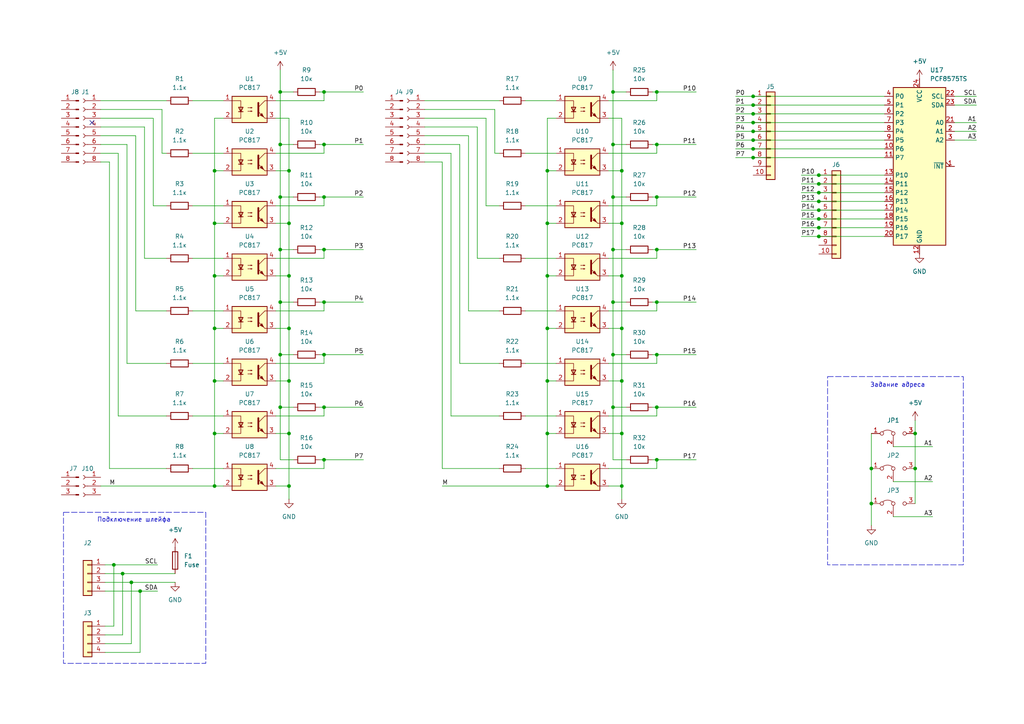
<source format=kicad_sch>
(kicad_sch (version 20231120) (generator "eeschema") (generator_version "8.0")
  (paper "A4")
  (title_block (title "Модуль DI16") (date "2024-04-24") (company "UST") (comment 2 "Konstantin"))
  (junction (at 83.82 64.77))
  (junction (at 252.73 146.05))
  (junction (at 93.98 102.87))
  (junction (at 83.82 49.53))
  (junction (at 81.28 41.91))
  (junction (at 218.44 45.72))
  (junction (at 218.44 38.1))
  (junction (at 81.28 72.39))
  (junction (at 190.5 57.15))
  (junction (at 190.5 41.91))
  (junction (at 83.82 95.25))
  (junction (at 190.5 87.63))
  (junction (at 62.23 125.73))
  (junction (at 237.49 53.34))
  (junction (at 93.98 57.15))
  (junction (at 81.28 102.87))
  (junction (at 265.43 125.73))
  (junction (at 218.44 40.64))
  (junction (at 218.44 30.48))
  (junction (at 218.44 43.18))
  (junction (at 40.64 171.45))
  (junction (at 190.5 26.67))
  (junction (at 180.34 80.01))
  (junction (at 237.49 58.42))
  (junction (at 177.8 41.91))
  (junction (at 62.23 95.25))
  (junction (at 93.98 72.39))
  (junction (at 177.8 118.11))
  (junction (at 93.98 87.63))
  (junction (at 237.49 50.8))
  (junction (at 180.34 64.77))
  (junction (at 190.5 118.11))
  (junction (at 180.34 49.53))
  (junction (at 83.82 125.73))
  (junction (at 93.98 133.35))
  (junction (at 81.28 57.15))
  (junction (at 33.02 163.83))
  (junction (at 180.34 125.73))
  (junction (at 190.5 133.35))
  (junction (at 177.8 57.15))
  (junction (at 180.34 110.49))
  (junction (at 158.75 49.53))
  (junction (at 93.98 26.67))
  (junction (at 83.82 110.49))
  (junction (at 93.98 41.91))
  (junction (at 265.43 135.89))
  (junction (at 62.23 140.97))
  (junction (at 237.49 55.88))
  (junction (at 83.82 80.01))
  (junction (at 177.8 26.67))
  (junction (at 177.8 102.87))
  (junction (at 237.49 60.96))
  (junction (at 180.34 140.97))
  (junction (at 62.23 110.49))
  (junction (at 177.8 72.39))
  (junction (at 81.28 118.11))
  (junction (at 158.75 125.73))
  (junction (at 62.23 49.53))
  (junction (at 81.28 26.67))
  (junction (at 180.34 95.25))
  (junction (at 237.49 63.5))
  (junction (at 158.75 95.25))
  (junction (at 93.98 118.11))
  (junction (at 81.28 87.63))
  (junction (at 83.82 140.97))
  (junction (at 218.44 35.56))
  (junction (at 38.1 168.91))
  (junction (at 190.5 102.87))
  (junction (at 158.75 140.97))
  (junction (at 237.49 66.04))
  (junction (at 177.8 87.63))
  (junction (at 252.73 135.89))
  (junction (at 158.75 64.77))
  (junction (at 218.44 33.02))
  (junction (at 158.75 80.01))
  (junction (at 237.49 68.58))
  (junction (at 190.5 72.39))
  (junction (at 35.56 166.37))
  (junction (at 158.75 110.49))
  (junction (at 218.44 27.94))
  (junction (at 62.23 64.77))
  (junction (at 62.23 80.01))
  (no_connect (at 26.67 35.56))
  (wire (pts (xy 276.86 35.56) (xy 283.21 35.56)))
  (wire (pts (xy 189.23 57.15) (xy 190.5 57.15)))
  (wire (pts (xy 123.19 46.99) (xy 128.27 46.99)))
  (wire (pts (xy 181.61 133.35) (xy 177.8 133.35)))
  (wire (pts (xy 85.09 87.63) (xy 81.28 87.63)))
  (wire (pts (xy 176.53 64.77) (xy 180.34 64.77)))
  (wire (pts (xy 55.88 59.69) (xy 64.77 59.69)))
  (wire (pts (xy 29.21 46.99) (xy 31.75 46.99)))
  (wire (pts (xy 232.41 58.42) (xy 237.49 58.42)))
  (wire (pts (xy 38.1 168.91) (xy 50.8 168.91)))
  (wire (pts (xy 81.28 118.11) (xy 81.28 133.35)))
  (wire (pts (xy 158.75 80.01) (xy 161.29 80.01)))
  (wire (pts (xy 190.5 72.39) (xy 201.93 72.39)))
  (wire (pts (xy 55.88 29.21) (xy 64.77 29.21)))
  (wire (pts (xy 177.8 102.87) (xy 177.8 118.11)))
  (wire (pts (xy 259.08 149.86) (xy 270.51 149.86)))
  (wire (pts (xy 158.75 49.53) (xy 158.75 34.29)))
  (wire (pts (xy 46.99 44.45) (xy 48.26 44.45)))
  (wire (pts (xy 93.98 41.91) (xy 93.98 44.45)))
  (wire (pts (xy 189.23 41.91) (xy 190.5 41.91)))
  (wire (pts (xy 93.98 57.15) (xy 105.41 57.15)))
  (wire (pts (xy 237.49 58.42) (xy 256.54 58.42)))
  (wire (pts (xy 92.71 41.91) (xy 93.98 41.91)))
  (wire (pts (xy 83.82 110.49) (xy 83.82 125.73)))
  (wire (pts (xy 218.44 35.56) (xy 256.54 35.56)))
  (wire (pts (xy 190.5 133.35) (xy 190.5 135.89)))
  (wire (pts (xy 62.23 110.49) (xy 64.77 110.49)))
  (wire (pts (xy 177.8 26.67) (xy 177.8 20.32)))
  (wire (pts (xy 81.28 26.67) (xy 81.28 20.32)))
  (wire (pts (xy 190.5 102.87) (xy 190.5 105.41)))
  (wire (pts (xy 213.36 33.02) (xy 218.44 33.02)))
  (wire (pts (xy 181.61 41.91) (xy 177.8 41.91)))
  (wire (pts (xy 190.5 29.21) (xy 190.5 26.67)))
  (wire (pts (xy 93.98 26.67) (xy 105.41 26.67)))
  (wire (pts (xy 34.29 120.65) (xy 34.29 44.45)))
  (wire (pts (xy 80.01 120.65) (xy 93.98 120.65)))
  (wire (pts (xy 62.23 125.73) (xy 62.23 110.49)))
  (wire (pts (xy 218.44 33.02) (xy 256.54 33.02)))
  (wire (pts (xy 80.01 59.69) (xy 93.98 59.69)))
  (wire (pts (xy 190.5 87.63) (xy 190.5 90.17)))
  (wire (pts (xy 83.82 64.77) (xy 83.82 80.01)))
  (wire (pts (xy 62.23 49.53) (xy 64.77 49.53)))
  (wire (pts (xy 93.98 118.11) (xy 105.41 118.11)))
  (wire (pts (xy 62.23 110.49) (xy 62.23 95.25)))
  (wire (pts (xy 152.4 29.21) (xy 161.29 29.21)))
  (wire (pts (xy 237.49 68.58) (xy 256.54 68.58)))
  (wire (pts (xy 152.4 90.17) (xy 161.29 90.17)))
  (wire (pts (xy 80.01 110.49) (xy 83.82 110.49)))
  (wire (pts (xy 181.61 118.11) (xy 177.8 118.11)))
  (wire (pts (xy 80.01 140.97) (xy 83.82 140.97)))
  (wire (pts (xy 265.43 121.92) (xy 265.43 125.73)))
  (wire (pts (xy 180.34 110.49) (xy 180.34 125.73)))
  (wire (pts (xy 30.48 184.15) (xy 35.56 184.15)))
  (wire (pts (xy 177.8 41.91) (xy 177.8 26.67)))
  (wire (pts (xy 33.02 181.61) (xy 33.02 163.83)))
  (wire (pts (xy 93.98 102.87) (xy 105.41 102.87)))
  (wire (pts (xy 232.41 50.8) (xy 237.49 50.8)))
  (wire (pts (xy 40.64 189.23) (xy 40.64 171.45)))
  (wire (pts (xy 93.98 133.35) (xy 93.98 135.89)))
  (wire (pts (xy 213.36 27.94) (xy 218.44 27.94)))
  (wire (pts (xy 180.34 49.53) (xy 180.34 64.77)))
  (wire (pts (xy 232.41 60.96) (xy 237.49 60.96)))
  (wire (pts (xy 218.44 38.1) (xy 256.54 38.1)))
  (wire (pts (xy 190.5 118.11) (xy 201.93 118.11)))
  (wire (pts (xy 152.4 74.93) (xy 161.29 74.93)))
  (wire (pts (xy 55.88 120.65) (xy 64.77 120.65)))
  (wire (pts (xy 83.82 49.53) (xy 83.82 64.77)))
  (wire (pts (xy 38.1 186.69) (xy 38.1 168.91)))
  (wire (pts (xy 40.64 171.45) (xy 45.72 171.45)))
  (wire (pts (xy 189.23 118.11) (xy 190.5 118.11)))
  (wire (pts (xy 36.83 105.41) (xy 48.26 105.41)))
  (wire (pts (xy 190.5 72.39) (xy 190.5 74.93)))
  (wire (pts (xy 190.5 26.67) (xy 189.23 26.67)))
  (wire (pts (xy 80.01 64.77) (xy 83.82 64.77)))
  (wire (pts (xy 276.86 40.64) (xy 283.21 40.64)))
  (wire (pts (xy 123.19 41.91) (xy 133.35 41.91)))
  (wire (pts (xy 232.41 63.5) (xy 237.49 63.5)))
  (wire (pts (xy 213.36 45.72) (xy 218.44 45.72)))
  (wire (pts (xy 152.4 135.89) (xy 161.29 135.89)))
  (wire (pts (xy 48.26 120.65) (xy 34.29 120.65)))
  (wire (pts (xy 55.88 105.41) (xy 64.77 105.41)))
  (wire (pts (xy 190.5 26.67) (xy 201.93 26.67)))
  (wire (pts (xy 232.41 55.88) (xy 237.49 55.88)))
  (wire (pts (xy 93.98 133.35) (xy 105.41 133.35)))
  (wire (pts (xy 176.53 44.45) (xy 190.5 44.45)))
  (wire (pts (xy 158.75 125.73) (xy 158.75 110.49)))
  (wire (pts (xy 152.4 120.65) (xy 161.29 120.65)))
  (wire (pts (xy 123.19 44.45) (xy 130.81 44.45)))
  (wire (pts (xy 276.86 38.1) (xy 283.21 38.1)))
  (wire (pts (xy 80.01 49.53) (xy 83.82 49.53)))
  (wire (pts (xy 92.71 118.11) (xy 93.98 118.11)))
  (wire (pts (xy 62.23 80.01) (xy 62.23 64.77)))
  (wire (pts (xy 252.73 146.05) (xy 252.73 152.4)))
  (wire (pts (xy 158.75 95.25) (xy 158.75 80.01)))
  (wire (pts (xy 252.73 125.73) (xy 252.73 135.89)))
  (wire (pts (xy 55.88 74.93) (xy 64.77 74.93)))
  (wire (pts (xy 30.48 166.37) (xy 35.56 166.37)))
  (wire (pts (xy 81.28 102.87) (xy 81.28 118.11)))
  (wire (pts (xy 29.21 34.29) (xy 44.45 34.29)))
  (wire (pts (xy 62.23 95.25) (xy 64.77 95.25)))
  (wire (pts (xy 80.01 95.25) (xy 83.82 95.25)))
  (wire (pts (xy 29.21 39.37) (xy 39.37 39.37)))
  (wire (pts (xy 30.48 181.61) (xy 33.02 181.61)))
  (wire (pts (xy 138.43 36.83) (xy 138.43 74.93)))
  (wire (pts (xy 85.09 57.15) (xy 81.28 57.15)))
  (wire (pts (xy 80.01 80.01) (xy 83.82 80.01)))
  (wire (pts (xy 276.86 27.94) (xy 283.21 27.94)))
  (wire (pts (xy 189.23 102.87) (xy 190.5 102.87)))
  (wire (pts (xy 123.19 29.21) (xy 144.78 29.21)))
  (wire (pts (xy 35.56 184.15) (xy 35.56 166.37)))
  (wire (pts (xy 30.48 171.45) (xy 40.64 171.45)))
  (wire (pts (xy 81.28 72.39) (xy 81.28 57.15)))
  (wire (pts (xy 213.36 35.56) (xy 218.44 35.56)))
  (wire (pts (xy 81.28 41.91) (xy 81.28 57.15)))
  (wire (pts (xy 259.08 129.54) (xy 270.51 129.54)))
  (wire (pts (xy 41.91 74.93) (xy 48.26 74.93)))
  (wire (pts (xy 181.61 87.63) (xy 177.8 87.63)))
  (wire (pts (xy 190.5 57.15) (xy 201.93 57.15)))
  (wire (pts (xy 62.23 95.25) (xy 62.23 80.01)))
  (wire (pts (xy 144.78 90.17) (xy 135.89 90.17)))
  (wire (pts (xy 62.23 80.01) (xy 64.77 80.01)))
  (wire (pts (xy 218.44 40.64) (xy 256.54 40.64)))
  (wire (pts (xy 92.71 72.39) (xy 93.98 72.39)))
  (wire (pts (xy 265.43 125.73) (xy 265.43 135.89)))
  (wire (pts (xy 158.75 80.01) (xy 158.75 64.77)))
  (wire (pts (xy 176.53 34.29) (xy 180.34 34.29)))
  (wire (pts (xy 29.21 31.75) (xy 46.99 31.75)))
  (wire (pts (xy 237.49 55.88) (xy 256.54 55.88)))
  (wire (pts (xy 237.49 66.04) (xy 256.54 66.04)))
  (wire (pts (xy 62.23 140.97) (xy 62.23 125.73)))
  (wire (pts (xy 128.27 135.89) (xy 144.78 135.89)))
  (wire (pts (xy 176.53 120.65) (xy 190.5 120.65)))
  (wire (pts (xy 92.71 87.63) (xy 93.98 87.63)))
  (wire (pts (xy 62.23 140.97) (xy 64.77 140.97)))
  (wire (pts (xy 213.36 38.1) (xy 218.44 38.1)))
  (wire (pts (xy 176.53 135.89) (xy 190.5 135.89)))
  (wire (pts (xy 80.01 125.73) (xy 83.82 125.73)))
  (wire (pts (xy 180.34 125.73) (xy 180.34 140.97)))
  (wire (pts (xy 29.21 44.45) (xy 34.29 44.45)))
  (wire (pts (xy 176.53 95.25) (xy 180.34 95.25)))
  (wire (pts (xy 158.75 110.49) (xy 158.75 95.25)))
  (wire (pts (xy 31.75 135.89) (xy 48.26 135.89)))
  (wire (pts (xy 218.44 27.94) (xy 256.54 27.94)))
  (wire (pts (xy 189.23 72.39) (xy 190.5 72.39)))
  (wire (pts (xy 83.82 95.25) (xy 83.82 110.49)))
  (wire (pts (xy 85.09 41.91) (xy 81.28 41.91)))
  (wire (pts (xy 93.98 118.11) (xy 93.98 120.65)))
  (wire (pts (xy 80.01 105.41) (xy 93.98 105.41)))
  (wire (pts (xy 144.78 120.65) (xy 130.81 120.65)))
  (wire (pts (xy 92.71 102.87) (xy 93.98 102.87)))
  (wire (pts (xy 62.23 64.77) (xy 62.23 49.53)))
  (wire (pts (xy 180.34 64.77) (xy 180.34 80.01)))
  (wire (pts (xy 48.26 59.69) (xy 44.45 59.69)))
  (wire (pts (xy 36.83 41.91) (xy 36.83 105.41)))
  (wire (pts (xy 143.51 44.45) (xy 144.78 44.45)))
  (wire (pts (xy 152.4 59.69) (xy 161.29 59.69)))
  (wire (pts (xy 232.41 68.58) (xy 237.49 68.58)))
  (wire (pts (xy 176.53 125.73) (xy 180.34 125.73)))
  (wire (pts (xy 85.09 26.67) (xy 81.28 26.67)))
  (wire (pts (xy 190.5 133.35) (xy 201.93 133.35)))
  (wire (pts (xy 30.48 163.83) (xy 33.02 163.83)))
  (wire (pts (xy 213.36 30.48) (xy 218.44 30.48)))
  (wire (pts (xy 85.09 118.11) (xy 81.28 118.11)))
  (wire (pts (xy 29.21 41.91) (xy 36.83 41.91)))
  (wire (pts (xy 158.75 95.25) (xy 161.29 95.25)))
  (wire (pts (xy 190.5 102.87) (xy 201.93 102.87)))
  (wire (pts (xy 158.75 125.73) (xy 161.29 125.73)))
  (wire (pts (xy 62.23 34.29) (xy 64.77 34.29)))
  (wire (pts (xy 176.53 29.21) (xy 190.5 29.21)))
  (wire (pts (xy 29.21 140.97) (xy 62.23 140.97)))
  (wire (pts (xy 138.43 74.93) (xy 144.78 74.93)))
  (wire (pts (xy 80.01 74.93) (xy 93.98 74.93)))
  (wire (pts (xy 176.53 74.93) (xy 190.5 74.93)))
  (wire (pts (xy 237.49 53.34) (xy 256.54 53.34)))
  (wire (pts (xy 93.98 41.91) (xy 105.41 41.91)))
  (wire (pts (xy 158.75 110.49) (xy 161.29 110.49)))
  (wire (pts (xy 92.71 133.35) (xy 93.98 133.35)))
  (wire (pts (xy 93.98 26.67) (xy 92.71 26.67)))
  (wire (pts (xy 181.61 102.87) (xy 177.8 102.87)))
  (wire (pts (xy 190.5 87.63) (xy 201.93 87.63)))
  (wire (pts (xy 190.5 41.91) (xy 190.5 44.45)))
  (wire (pts (xy 93.98 87.63) (xy 93.98 90.17)))
  (wire (pts (xy 158.75 140.97) (xy 161.29 140.97)))
  (wire (pts (xy 152.4 105.41) (xy 161.29 105.41)))
  (wire (pts (xy 133.35 105.41) (xy 144.78 105.41)))
  (wire (pts (xy 92.71 57.15) (xy 93.98 57.15)))
  (wire (pts (xy 158.75 34.29) (xy 161.29 34.29)))
  (wire (pts (xy 189.23 133.35) (xy 190.5 133.35)))
  (wire (pts (xy 177.8 118.11) (xy 177.8 133.35)))
  (wire (pts (xy 81.28 87.63) (xy 81.28 102.87)))
  (wire (pts (xy 55.88 90.17) (xy 64.77 90.17)))
  (wire (pts (xy 176.53 110.49) (xy 180.34 110.49)))
  (wire (pts (xy 143.51 31.75) (xy 143.51 44.45)))
  (wire (pts (xy 252.73 135.89) (xy 252.73 146.05)))
  (wire (pts (xy 259.08 139.7) (xy 270.51 139.7)))
  (wire (pts (xy 30.48 189.23) (xy 40.64 189.23)))
  (wire (pts (xy 218.44 43.18) (xy 256.54 43.18)))
  (wire (pts (xy 29.21 29.21) (xy 48.26 29.21)))
  (wire (pts (xy 62.23 49.53) (xy 62.23 34.29)))
  (wire (pts (xy 80.01 44.45) (xy 93.98 44.45)))
  (wire (pts (xy 232.41 66.04) (xy 237.49 66.04)))
  (wire (pts (xy 158.75 140.97) (xy 158.75 125.73)))
  (wire (pts (xy 128.27 46.99) (xy 128.27 135.89)))
  (wire (pts (xy 177.8 87.63) (xy 177.8 102.87)))
  (wire (pts (xy 83.82 80.01) (xy 83.82 95.25)))
  (wire (pts (xy 85.09 133.35) (xy 81.28 133.35)))
  (wire (pts (xy 144.78 59.69) (xy 140.97 59.69)))
  (wire (pts (xy 46.99 31.75) (xy 46.99 44.45)))
  (wire (pts (xy 35.56 166.37) (xy 50.8 166.37)))
  (wire (pts (xy 130.81 120.65) (xy 130.81 44.45)))
  (wire (pts (xy 81.28 72.39) (xy 81.28 87.63)))
  (wire (pts (xy 190.5 41.91) (xy 201.93 41.91)))
  (wire (pts (xy 83.82 140.97) (xy 83.82 144.78)))
  (wire (pts (xy 237.49 50.8) (xy 256.54 50.8)))
  (wire (pts (xy 62.23 125.73) (xy 64.77 125.73)))
  (wire (pts (xy 93.98 72.39) (xy 105.41 72.39)))
  (wire (pts (xy 83.82 34.29) (xy 83.82 49.53)))
  (wire (pts (xy 48.26 90.17) (xy 39.37 90.17)))
  (wire (pts (xy 85.09 72.39) (xy 81.28 72.39)))
  (wire (pts (xy 29.21 36.83) (xy 41.91 36.83)))
  (wire (pts (xy 181.61 26.67) (xy 177.8 26.67)))
  (wire (pts (xy 276.86 30.48) (xy 283.21 30.48)))
  (wire (pts (xy 41.91 36.83) (xy 41.91 74.93)))
  (wire (pts (xy 133.35 41.91) (xy 133.35 105.41)))
  (wire (pts (xy 33.02 163.83) (xy 45.72 163.83)))
  (wire (pts (xy 218.44 45.72) (xy 256.54 45.72)))
  (wire (pts (xy 190.5 57.15) (xy 190.5 59.69)))
  (wire (pts (xy 158.75 49.53) (xy 161.29 49.53)))
  (wire (pts (xy 180.34 80.01) (xy 180.34 95.25)))
  (wire (pts (xy 80.01 29.21) (xy 93.98 29.21)))
  (wire (pts (xy 83.82 125.73) (xy 83.82 140.97)))
  (wire (pts (xy 39.37 90.17) (xy 39.37 39.37)))
  (wire (pts (xy 93.98 29.21) (xy 93.98 26.67)))
  (wire (pts (xy 232.41 53.34) (xy 237.49 53.34)))
  (wire (pts (xy 180.34 140.97) (xy 180.34 144.78)))
  (wire (pts (xy 158.75 64.77) (xy 161.29 64.77)))
  (wire (pts (xy 81.28 41.91) (xy 81.28 26.67)))
  (wire (pts (xy 80.01 34.29) (xy 83.82 34.29)))
  (wire (pts (xy 93.98 87.63) (xy 105.41 87.63)))
  (wire (pts (xy 123.19 34.29) (xy 140.97 34.29)))
  (wire (pts (xy 218.44 30.48) (xy 256.54 30.48)))
  (wire (pts (xy 237.49 63.5) (xy 256.54 63.5)))
  (wire (pts (xy 176.53 90.17) (xy 190.5 90.17)))
  (wire (pts (xy 176.53 80.01) (xy 180.34 80.01)))
  (wire (pts (xy 177.8 72.39) (xy 177.8 87.63)))
  (wire (pts (xy 62.23 64.77) (xy 64.77 64.77)))
  (wire (pts (xy 80.01 135.89) (xy 93.98 135.89)))
  (wire (pts (xy 176.53 59.69) (xy 190.5 59.69)))
  (wire (pts (xy 128.27 140.97) (xy 158.75 140.97)))
  (wire (pts (xy 265.43 135.89) (xy 265.43 146.05)))
  (wire (pts (xy 93.98 102.87) (xy 93.98 105.41)))
  (wire (pts (xy 55.88 135.89) (xy 64.77 135.89)))
  (wire (pts (xy 55.88 44.45) (xy 64.77 44.45)))
  (wire (pts (xy 176.53 140.97) (xy 180.34 140.97)))
  (wire (pts (xy 123.19 39.37) (xy 135.89 39.37)))
  (wire (pts (xy 176.53 105.41) (xy 190.5 105.41)))
  (wire (pts (xy 80.01 90.17) (xy 93.98 90.17)))
  (wire (pts (xy 213.36 43.18) (xy 218.44 43.18)))
  (wire (pts (xy 30.48 168.91) (xy 38.1 168.91)))
  (wire (pts (xy 180.34 34.29) (xy 180.34 49.53)))
  (wire (pts (xy 176.53 49.53) (xy 180.34 49.53)))
  (wire (pts (xy 158.75 64.77) (xy 158.75 49.53)))
  (wire (pts (xy 85.09 102.87) (xy 81.28 102.87)))
  (wire (pts (xy 180.34 95.25) (xy 180.34 110.49)))
  (wire (pts (xy 123.19 36.83) (xy 138.43 36.83)))
  (wire (pts (xy 135.89 90.17) (xy 135.89 39.37)))
  (wire (pts (xy 93.98 57.15) (xy 93.98 59.69)))
  (wire (pts (xy 93.98 72.39) (xy 93.98 74.93)))
  (wire (pts (xy 181.61 57.15) (xy 177.8 57.15)))
  (wire (pts (xy 177.8 41.91) (xy 177.8 57.15)))
  (wire (pts (xy 213.36 40.64) (xy 218.44 40.64)))
  (wire (pts (xy 189.23 87.63) (xy 190.5 87.63)))
  (wire (pts (xy 44.45 59.69) (xy 44.45 34.29)))
  (wire (pts (xy 140.97 59.69) (xy 140.97 34.29)))
  (wire (pts (xy 31.75 46.99) (xy 31.75 135.89)))
  (wire (pts (xy 237.49 60.96) (xy 256.54 60.96)))
  (wire (pts (xy 123.19 31.75) (xy 143.51 31.75)))
  (wire (pts (xy 177.8 72.39) (xy 177.8 57.15)))
  (wire (pts (xy 30.48 186.69) (xy 38.1 186.69)))
  (wire (pts (xy 152.4 44.45) (xy 161.29 44.45)))
  (wire (pts (xy 181.61 72.39) (xy 177.8 72.39)))
  (wire (pts (xy 190.5 118.11) (xy 190.5 120.65)))
  (rectangle (start 18.415 148.59) (end 59.69 192.405) (stroke (width 0) (type dash)))
  (rectangle (start 240.03 109.22) (end 279.4 163.83) (stroke (width 0) (type dash)))
  (text "Непонятно, на основании чего автор берет токоограничивающий резистор \nдля оптопары номиналом 1Kom. Если сам же пишет, что напряжение питания 1,2 В, \nпри токе 20 мА (0,02 А), осталось добавить U на выходе из МК. \nЕсли взять из расчета что МК работает от 3,3V, и на выходе у нас не больше \nэтого значения будет. Делаем расчет и получаем R = (3.3 - 1.2)/0.02 = 105Ом.\nА если учесть что для esp8266 максимальный ток с пина GPIO - не более 12 мА.\n Берм туже формулу R = (Uпит - Uпад)/I = 140Ом." (at 47.244 230.632 0) (effects (font (size 1.27 1.27))))
  (text "Задание адреса" (at 260.35 111.76 0) (effects (font (size 1.27 1.27))))
  (text "Подключение шлейфа" (at 38.862 150.876 0) (effects (font (size 1.27 1.27))))
  (label "SDA" (at 283.21 30.48 180))
  (label "P17" (at 201.93 133.35 180))
  (label "A2" (at 270.51 139.7 180))
  (label "P14" (at 201.93 87.63 180))
  (label "P10" (at 201.93 26.67 180))
  (label "SDA" (at 45.72 171.45 180))
  (label "A1" (at 270.51 129.54 180))
  (label "P5" (at 105.41 102.87 180))
  (label "P0" (at 105.41 26.67 180))
  (label "P12" (at 201.93 57.15 180))
  (label "M" (at 128.27 140.97 0))
  (label "P15" (at 201.93 102.87 180))
  (label "P10" (at 232.41 50.8 0))
  (label "P1" (at 105.41 41.91 180))
  (label "P3" (at 213.36 35.56 0))
  (label "P7" (at 105.41 133.35 180))
  (label "P2" (at 213.36 33.02 0))
  (label "P0" (at 213.36 27.94 0))
  (label "P4" (at 213.36 38.1 0))
  (label "P4" (at 105.41 87.63 180))
  (label "P11" (at 232.41 53.34 0))
  (label "A3" (at 270.51 149.86 180))
  (label "P6" (at 105.41 118.11 180))
  (label "M" (at 31.75 140.97 0))
  (label "A1" (at 283.21 35.56 180))
  (label "P13" (at 232.41 58.42 0))
  (label "P5" (at 213.36 40.64 0))
  (label "P14" (at 232.41 60.96 0))
  (label "A2" (at 283.21 38.1 180))
  (label "A3" (at 283.21 40.64 180))
  (label "P16" (at 201.93 118.11 180))
  (label "P17" (at 232.41 68.58 0))
  (label "P7" (at 213.36 45.72 0))
  (label "P11" (at 201.93 41.91 180))
  (label "P15" (at 232.41 63.5 0))
  (label "P6" (at 213.36 43.18 0))
  (label "P3" (at 105.41 72.39 180))
  (label "P12" (at 232.41 55.88 0))
  (label "P13" (at 201.93 72.39 180))
  (label "P16" (at 232.41 66.04 0))
  (label "P1" (at 213.36 30.48 0))
  (label "SCL" (at 283.21 27.94 180))
  (label "SCL" (at 45.72 163.83 180))
  (label "P2" (at 105.41 57.15 180))
  (symbol (lib_id "PlcModules:PC817") (at 72.39 107.95 0) (unit 1)
    (property "Reference" "U6" (at 72.39 99.06 0))
    (property "Value" "PC817" (at 72.39 101.6 0))
    (property "Footprint" "Package_DIP:DIP-4_W7.62mm" (effects (hide yes)))
    (property "Datasheet" "https://www.chipdip.by/product/fod817b" (effects (hide yes)))
    (property "Description" "DC Optocoupler, Vce 35V, CTR 50-300%, DIP-4" (effects (hide yes)))
    (property "Стоимость" "2.25" (effects (hide yes)))
  )
  (symbol (lib_id "PlcModules:PinHeader_01x04_angle") (at 25.4 166.37 0) (mirror y) (unit 1)
    (property "Reference" "J2" (at 25.4 157.48 0))
    (property "Value" "PinHeader_01x04_angle" (effects (hide yes)))
    (property "Footprint" "Connector_PinHeader_2.54mm:PinHeader_1x04_P2.54mm_Horizontal" (effects (hide yes)))
    (property "Datasheet" "https://www.belchip.by/product/?selected_product=54121" (effects (hide yes)))
    (property "Description" "Разъем штыревой DS1022-1x4RDF11-B " (effects (hide yes)))
    (property "Стоимость" "0.17" (effects (hide yes)))
  )
  (symbol (lib_id "PlcModules:Fuse") (at 50.8 162.56 0) (unit 1)
    (property "Reference" "F1" (at 53.34 161.2899 0) (effects (justify left)))
    (property "Value" "Fuse" (at 53.34 163.8299 0) (effects (justify left)))
    (property "Footprint" "Fuse:Fuseholder_Cylinder-5x20mm_Stelvio-Kontek_PTF78_Horizontal_Open" (effects (hide yes)))
    (property "Datasheet" "https://www.chipdip.by/product/fh-102" (effects (hide yes)))
    (property "Description" "Fuse" (effects (hide yes)))
    (property "Стоимость" "1.35" (effects (hide yes)))
  )
  (symbol (lib_id "PlcModules:PC817") (at 72.39 31.75 0) (unit 1)
    (property "Reference" "U1" (at 72.39 22.86 0))
    (property "Value" "PC817" (at 72.39 25.4 0))
    (property "Footprint" "Package_DIP:DIP-4_W7.62mm" (effects (hide yes)))
    (property "Datasheet" "https://www.chipdip.by/product/fod817b" (effects (hide yes)))
    (property "Description" "DC Optocoupler, Vce 35V, CTR 50-300%, DIP-4" (effects (hide yes)))
    (property "Стоимость" "2.25" (effects (hide yes)))
  )
  (symbol (lib_id "PlcModules:R_10k_0.25wt") (at 185.42 102.87 90) (unit 1)
    (property "Reference" "R30" (at 185.42 96.52 90))
    (property "Value" "10к" (at 185.42 99.06 90))
    (property "Footprint" "Resistor_THT:R_Axial_DIN0207_L6.3mm_D2.5mm_P5.08mm_Vertical" (effects (hide yes)))
    (property "Datasheet" "https://www.chipdip.by/product0/48560" (effects (hide yes)))
    (property "Description" "Resistor" (effects (hide yes)))
    (property "Стоимость" "0.07" (effects (hide yes)))
  )
  (symbol (lib_id "power:+5V") (at 177.8 20.32 0) (unit 1)
    (property "Reference" "#PWR05" (effects (hide yes)))
    (property "Value" "+5V" (at 177.8 15.24 0))
    (property "Description" "Power symbol creates a global label with name \"+5V\"" (effects (hide yes)))
  )
  (symbol (lib_id "PlcModules:R_10k_0.25wt") (at 88.9 87.63 90) (unit 1)
    (property "Reference" "R13" (at 88.9 81.28 90))
    (property "Value" "10к" (at 88.9 83.82 90))
    (property "Footprint" "Resistor_THT:R_Axial_DIN0207_L6.3mm_D2.5mm_P5.08mm_Vertical" (effects (hide yes)))
    (property "Datasheet" "https://www.chipdip.by/product0/48560" (effects (hide yes)))
    (property "Description" "Resistor" (effects (hide yes)))
    (property "Стоимость" "0.07" (effects (hide yes)))
  )
  (symbol (lib_id "PlcModules:R_10k_0.25wt") (at 185.42 41.91 90) (unit 1)
    (property "Reference" "R26" (at 185.42 35.56 90))
    (property "Value" "10к" (at 185.42 38.1 90))
    (property "Footprint" "Resistor_THT:R_Axial_DIN0207_L6.3mm_D2.5mm_P5.08mm_Vertical" (effects (hide yes)))
    (property "Datasheet" "https://www.chipdip.by/product0/48560" (effects (hide yes)))
    (property "Description" "Resistor" (effects (hide yes)))
    (property "Стоимость" "0.07" (effects (hide yes)))
  )
  (symbol (lib_id "PlcModules:R_10k_0.25wt") (at 185.42 87.63 90) (unit 1)
    (property "Reference" "R29" (at 185.42 81.28 90))
    (property "Value" "10к" (at 185.42 83.82 90))
    (property "Footprint" "Resistor_THT:R_Axial_DIN0207_L6.3mm_D2.5mm_P5.08mm_Vertical" (effects (hide yes)))
    (property "Datasheet" "https://www.chipdip.by/product0/48560" (effects (hide yes)))
    (property "Description" "Resistor" (effects (hide yes)))
    (property "Стоимость" "0.07" (effects (hide yes)))
  )
  (symbol (lib_id "PlcModules:R_1.1k_0.5wt") (at 52.07 135.89 90) (unit 1)
    (property "Reference" "R8" (at 52.07 129.54 90))
    (property "Value" "1.1к" (at 52.07 132.08 90))
    (property "Footprint" "Resistor_THT:R_Axial_DIN0309_L9.0mm_D3.2mm_P5.08mm_Vertical" (effects (hide yes)))
    (property "Datasheet" "https://www.chipdip.by/product0/63157" (effects (hide yes)))
    (property "Description" "Resistor" (effects (hide yes)))
    (property "Стоимость" "0.11" (effects (hide yes)))
  )
  (symbol (lib_id "power:+5V") (at 50.8 158.75 0) (unit 1)
    (property "Reference" "#PWR01" (effects (hide yes)))
    (property "Value" "+5V" (at 50.8 153.67 0))
    (property "Description" "Power symbol creates a global label with name \"+5V\"" (effects (hide yes)))
  )
  (symbol (lib_id "PlcModules:R_10k_0.25wt") (at 185.42 118.11 90) (unit 1)
    (property "Reference" "R31" (at 185.42 111.76 90))
    (property "Value" "10к" (at 185.42 114.3 90))
    (property "Footprint" "Resistor_THT:R_Axial_DIN0207_L6.3mm_D2.5mm_P5.08mm_Vertical" (effects (hide yes)))
    (property "Datasheet" "https://www.chipdip.by/product0/48560" (effects (hide yes)))
    (property "Description" "Resistor" (effects (hide yes)))
    (property "Стоимость" "0.07" (effects (hide yes)))
  )
  (symbol (lib_id "PlcModules:PinHeader_01x04_angle") (at 25.4 184.15 0) (mirror y) (unit 1)
    (property "Reference" "J3" (at 25.4 177.8 0))
    (property "Value" "PinHeader_01x04_angle" (effects (hide yes)))
    (property "Footprint" "Connector_PinHeader_2.54mm:PinHeader_1x04_P2.54mm_Horizontal" (effects (hide yes)))
    (property "Datasheet" "https://www.belchip.by/product/?selected_product=54121" (effects (hide yes)))
    (property "Description" "Разъем штыревой DS1022-1x4RDF11-B " (effects (hide yes)))
    (property "Стоимость" "0.17" (effects (hide yes)))
  )
  (symbol (lib_id "PlcModules:PC817") (at 72.39 62.23 0) (unit 1)
    (property "Reference" "U3" (at 72.39 53.34 0))
    (property "Value" "PC817" (at 72.39 55.88 0))
    (property "Footprint" "Package_DIP:DIP-4_W7.62mm" (effects (hide yes)))
    (property "Datasheet" "https://www.chipdip.by/product/fod817b" (effects (hide yes)))
    (property "Description" "DC Optocoupler, Vce 35V, CTR 50-300%, DIP-4" (effects (hide yes)))
    (property "Стоимость" "2.25" (effects (hide yes)))
  )
  (symbol (lib_id "PlcModules:R_10k_0.25wt") (at 88.9 41.91 90) (unit 1)
    (property "Reference" "R10" (at 88.9 35.56 90))
    (property "Value" "10к" (at 88.9 38.1 90))
    (property "Footprint" "Resistor_THT:R_Axial_DIN0207_L6.3mm_D2.5mm_P5.08mm_Vertical" (effects (hide yes)))
    (property "Datasheet" "https://www.chipdip.by/product0/48560" (effects (hide yes)))
    (property "Description" "Resistor" (effects (hide yes)))
    (property "Стоимость" "0.07" (effects (hide yes)))
  )
  (symbol (lib_id "PlcModules:R_10k_0.25wt") (at 88.9 57.15 90) (unit 1)
    (property "Reference" "R11" (at 88.9 50.8 90))
    (property "Value" "10к" (at 88.9 53.34 90))
    (property "Footprint" "Resistor_THT:R_Axial_DIN0207_L6.3mm_D2.5mm_P5.08mm_Vertical" (effects (hide yes)))
    (property "Datasheet" "https://www.chipdip.by/product0/48560" (effects (hide yes)))
    (property "Description" "Resistor" (effects (hide yes)))
    (property "Стоимость" "0.07" (effects (hide yes)))
  )
  (symbol (lib_id "PlcModules:PC817") (at 168.91 77.47 0) (unit 1)
    (property "Reference" "U12" (at 168.91 68.58 0))
    (property "Value" "PC817" (at 168.91 71.12 0))
    (property "Footprint" "Package_DIP:DIP-4_W7.62mm" (effects (hide yes)))
    (property "Datasheet" "https://www.chipdip.by/product/fod817b" (effects (hide yes)))
    (property "Description" "DC Optocoupler, Vce 35V, CTR 50-300%, DIP-4" (effects (hide yes)))
    (property "Стоимость" "2.25" (effects (hide yes)))
  )
  (symbol (lib_id "PlcModules:Terminal_01x03_Pin") (at 22.86 140.97 0) (mirror y) (unit 1)
    (property "Reference" "J7" (at 20.066 135.89 0) (effects (justify right)))
    (property "Value" "Conn_01x03_Pin" (effects (hide yes)))
    (property "Datasheet" "https://www.chipdip.by/product/2edgk-5.08-03p-14-00ah" (effects (hide yes)))
    (property "Description" "2EDGK-5.08-03P-14-00AH, Клеммник, 3-контактный 5.08мм, угловой " (effects (hide yes)))
    (property "Стоимость" "1.95" (effects (hide yes)))
  )
  (symbol (lib_id "Jumper:Jumper_3_Bridged12") (at 259.08 125.73 0) (unit 1) (exclude_from_sim yes) (in_bom no)
    (property "Reference" "JP1" (at 259.08 121.92 0))
    (property "Value" "Jumper_3_Bridged12" (effects (hide yes)))
    (property "Footprint" "Connector_PinHeader_2.54mm:PinHeader_1x03_P2.54mm_Vertical" (effects (hide yes)))
    (property "Description" "Jumper, 3-pole, pins 1+2 closed/bridged" (effects (hide yes)))
  )
  (symbol (lib_id "PlcModules:PC817") (at 168.91 62.23 0) (unit 1)
    (property "Reference" "U11" (at 168.91 53.34 0))
    (property "Value" "PC817" (at 168.91 55.88 0))
    (property "Footprint" "Package_DIP:DIP-4_W7.62mm" (effects (hide yes)))
    (property "Datasheet" "https://www.chipdip.by/product/fod817b" (effects (hide yes)))
    (property "Description" "DC Optocoupler, Vce 35V, CTR 50-300%, DIP-4" (effects (hide yes)))
    (property "Стоимость" "2.25" (effects (hide yes)))
  )
  (symbol (lib_id "PlcModules:R_1.1k_0.5wt") (at 52.07 74.93 90) (unit 1)
    (property "Reference" "R4" (at 52.07 68.58 90))
    (property "Value" "1.1к" (at 52.07 71.12 90))
    (property "Footprint" "Resistor_THT:R_Axial_DIN0309_L9.0mm_D3.2mm_P5.08mm_Vertical" (effects (hide yes)))
    (property "Datasheet" "https://www.chipdip.by/product0/63157" (effects (hide yes)))
    (property "Description" "Resistor" (effects (hide yes)))
    (property "Стоимость" "0.11" (effects (hide yes)))
  )
  (symbol (lib_id "power:+5V") (at 81.28 20.32 0) (unit 1)
    (property "Reference" "#PWR03" (effects (hide yes)))
    (property "Value" "+5V" (at 81.28 15.24 0))
    (property "Description" "Power symbol creates a global label with name \"+5V\"" (effects (hide yes)))
  )
  (symbol (lib_id "power:GND") (at 50.8 168.91 0) (unit 1)
    (property "Reference" "#PWR02" (effects (hide yes)))
    (property "Value" "GND" (at 50.8 173.99 0))
    (property "Description" "Power symbol creates a global label with name \"GND\" , ground" (effects (hide yes)))
  )
  (symbol (lib_id "Connector_Generic:Conn_01x10") (at 242.57 60.96 0) (unit 1)
    (property "Reference" "J6" (at 241.3 47.752 0) (effects (justify left)))
    (property "Value" "Conn_01x10" (effects (hide yes)))
    (property "Footprint" "Connector_PinHeader_2.54mm:PinHeader_1x10_P2.54mm_Vertical" (effects (hide yes)))
    (property "Description" "Generic connector, single row, 01x10, script generated (kicad-library-utils/schlib/autogen/connector/)" (effects (hide yes)))
  )
  (symbol (lib_id "PlcModules:PC817") (at 168.91 46.99 0) (unit 1)
    (property "Reference" "U10" (at 168.91 38.1 0))
    (property "Value" "PC817" (at 168.91 40.64 0))
    (property "Footprint" "Package_DIP:DIP-4_W7.62mm" (effects (hide yes)))
    (property "Datasheet" "https://www.chipdip.by/product/fod817b" (effects (hide yes)))
    (property "Description" "DC Optocoupler, Vce 35V, CTR 50-300%, DIP-4" (effects (hide yes)))
    (property "Стоимость" "2.25" (effects (hide yes)))
  )
  (symbol (lib_id "PlcModules:PCF8575TS") (at 266.7 48.26 0) (mirror y) (unit 1)
    (property "Reference" "U17" (at 269.7165 20.32 0) (effects (justify right)))
    (property "Value" "PCF8575TS" (at 269.7165 22.86 0) (effects (justify right)))
    (property "Footprint" "Package_SO:SSOP-24_5.3x8.2mm_P0.65mm" (effects (hide yes)))
    (property "Datasheet" "https://www.chipdip.by/product0/8153866596" (effects (hide yes)))
    (property "Description" "16 Bits Port/Expander to I2C Bus, SSOP-24" (effects (hide yes)))
    (property "Стоимость" "14.5" (effects (hide yes)))
  )
  (symbol (lib_id "PlcModules:Terminal_01x03_Socket") (at 24.13 140.97 0) (mirror y) (unit 1)
    (property "Reference" "J10" (at 25.4 135.89 0))
    (property "Value" "Conn_01x03_Socket" (effects (hide yes)))
    (property "Footprint" "TerminalBlock_Phoenix:TerminalBlock_Phoenix_MKDS-1,5-3-5.08_1x03_P5.08mm_Horizontal" (effects (hide yes)))
    (property "Datasheet" "https://www.chipdip.by/product/2edgr-5.08-03p" (effects (hide yes)))
    (property "Description" "2EDGR-5.08-03P, Клеммник, 3-контактный 5.08мм, угловой " (effects (hide yes)))
    (property "Стоимость" "0.78" (effects (hide yes)))
  )
  (symbol (lib_id "PlcModules:R_10k_0.25wt") (at 185.42 57.15 90) (unit 1)
    (property "Reference" "R27" (at 185.42 50.8 90))
    (property "Value" "10к" (at 185.42 53.34 90))
    (property "Footprint" "Resistor_THT:R_Axial_DIN0207_L6.3mm_D2.5mm_P5.08mm_Vertical" (effects (hide yes)))
    (property "Datasheet" "https://www.chipdip.by/product0/48560" (effects (hide yes)))
    (property "Description" "Resistor" (effects (hide yes)))
    (property "Стоимость" "0.07" (effects (hide yes)))
  )
  (symbol (lib_id "PlcModules:PC817") (at 72.39 77.47 0) (unit 1)
    (property "Reference" "U4" (at 72.39 68.58 0))
    (property "Value" "PC817" (at 72.39 71.12 0))
    (property "Footprint" "Package_DIP:DIP-4_W7.62mm" (effects (hide yes)))
    (property "Datasheet" "https://www.chipdip.by/product/fod817b" (effects (hide yes)))
    (property "Description" "DC Optocoupler, Vce 35V, CTR 50-300%, DIP-4" (effects (hide yes)))
    (property "Стоимость" "2.25" (effects (hide yes)))
  )
  (symbol (lib_id "PlcModules:PC817") (at 168.91 138.43 0) (unit 1)
    (property "Reference" "U16" (at 168.91 129.54 0))
    (property "Value" "PC817" (at 168.91 132.08 0))
    (property "Footprint" "Package_DIP:DIP-4_W7.62mm" (effects (hide yes)))
    (property "Datasheet" "https://www.chipdip.by/product/fod817b" (effects (hide yes)))
    (property "Description" "DC Optocoupler, Vce 35V, CTR 50-300%, DIP-4" (effects (hide yes)))
    (property "Стоимость" "2.25" (effects (hide yes)))
  )
  (symbol (lib_id "PlcModules:R_10k_0.25wt") (at 185.42 133.35 90) (unit 1)
    (property "Reference" "R32" (at 185.42 127 90))
    (property "Value" "10к" (at 185.42 129.54 90))
    (property "Footprint" "Resistor_THT:R_Axial_DIN0207_L6.3mm_D2.5mm_P5.08mm_Vertical" (effects (hide yes)))
    (property "Datasheet" "https://www.chipdip.by/product0/48560" (effects (hide yes)))
    (property "Description" "Resistor" (effects (hide yes)))
    (property "Стоимость" "0.07" (effects (hide yes)))
  )
  (symbol (lib_id "PlcModules:PC817") (at 168.91 31.75 0) (unit 1)
    (property "Reference" "U9" (at 168.91 22.86 0))
    (property "Value" "PC817" (at 168.91 25.4 0))
    (property "Footprint" "Package_DIP:DIP-4_W7.62mm" (effects (hide yes)))
    (property "Datasheet" "https://www.chipdip.by/product/fod817b" (effects (hide yes)))
    (property "Description" "DC Optocoupler, Vce 35V, CTR 50-300%, DIP-4" (effects (hide yes)))
    (property "Стоимость" "2.25" (effects (hide yes)))
  )
  (symbol (lib_id "PlcModules:Terminal_01x08_Socket") (at 24.13 36.83 0) (mirror y) (unit 1)
    (property "Reference" "J1" (at 24.765 26.67 0))
    (property "Value" "Terminal_01x08_Socket" (effects (hide yes)))
    (property "Footprint" "TerminalBlock_Phoenix:TerminalBlock_Phoenix_MKDS-1,5-8-5.08_1x08_P5.08mm_Horizontal" (effects (hide yes)))
    (property "Datasheet" "https://www.chipdip.by/product0/8000151691" (effects (hide yes)))
    (property "Description" "2EDGR-5.08-08P-14-00A(H), Разъемный клеммный блок на плату, 8 контактов. Серия 2EDGR-5.08 " (effects (hide yes)))
    (property "Стоимость" "2.05" (effects (hide yes)))
  )
  (symbol (lib_id "PlcModules:Terminal_01x08_Socket") (at 118.11 36.83 0) (mirror y) (unit 1)
    (property "Reference" "J9" (at 118.745 26.67 0))
    (property "Value" "Terminal_01x08_Socket" (effects (hide yes)))
    (property "Footprint" "TerminalBlock_Phoenix:TerminalBlock_Phoenix_MKDS-1,5-8-5.08_1x08_P5.08mm_Horizontal" (effects (hide yes)))
    (property "Datasheet" "https://www.chipdip.by/product0/8000151691" (effects (hide yes)))
    (property "Description" "2EDGR-5.08-08P-14-00A(H), Разъемный клеммный блок на плату, 8 контактов. Серия 2EDGR-5.08 " (effects (hide yes)))
    (property "Стоимость" "2.05" (effects (hide yes)))
  )
  (symbol (lib_id "PlcModules:R_10k_0.25wt") (at 185.42 26.67 90) (unit 1)
    (property "Reference" "R25" (at 185.42 20.32 90))
    (property "Value" "10к" (at 185.42 22.86 90))
    (property "Footprint" "Resistor_THT:R_Axial_DIN0207_L6.3mm_D2.5mm_P5.08mm_Vertical" (effects (hide yes)))
    (property "Datasheet" "https://www.chipdip.by/product0/48560" (effects (hide yes)))
    (property "Description" "Resistor" (effects (hide yes)))
    (property "Стоимость" "0.07" (effects (hide yes)))
  )
  (symbol (lib_id "PlcModules:PC817") (at 168.91 92.71 0) (unit 1)
    (property "Reference" "U13" (at 168.91 83.82 0))
    (property "Value" "PC817" (at 168.91 86.36 0))
    (property "Footprint" "Package_DIP:DIP-4_W7.62mm" (effects (hide yes)))
    (property "Datasheet" "https://www.chipdip.by/product/fod817b" (effects (hide yes)))
    (property "Description" "DC Optocoupler, Vce 35V, CTR 50-300%, DIP-4" (effects (hide yes)))
    (property "Стоимость" "2.25" (effects (hide yes)))
  )
  (symbol (lib_id "PlcModules:R_10k_0.25wt") (at 88.9 102.87 90) (unit 1)
    (property "Reference" "R14" (at 88.9 96.52 90))
    (property "Value" "10к" (at 88.9 99.06 90))
    (property "Footprint" "Resistor_THT:R_Axial_DIN0207_L6.3mm_D2.5mm_P5.08mm_Vertical" (effects (hide yes)))
    (property "Datasheet" "https://www.chipdip.by/product0/48560" (effects (hide yes)))
    (property "Description" "Resistor" (effects (hide yes)))
    (property "Стоимость" "0.07" (effects (hide yes)))
  )
  (symbol (lib_id "PlcModules:R_1.1k_0.5wt") (at 148.59 74.93 90) (unit 1)
    (property "Reference" "R20" (at 148.59 68.58 90))
    (property "Value" "1.1к" (at 148.59 71.12 90))
    (property "Footprint" "Resistor_THT:R_Axial_DIN0309_L9.0mm_D3.2mm_P5.08mm_Vertical" (effects (hide yes)))
    (property "Datasheet" "https://www.chipdip.by/product0/63157" (effects (hide yes)))
    (property "Description" "Resistor" (effects (hide yes)))
    (property "Стоимость" "0.11" (effects (hide yes)))
  )
  (symbol (lib_id "PlcModules:R_1.1k_0.5wt") (at 52.07 105.41 90) (unit 1)
    (property "Reference" "R6" (at 52.07 99.06 90))
    (property "Value" "1.1к" (at 52.07 101.6 90))
    (property "Footprint" "Resistor_THT:R_Axial_DIN0309_L9.0mm_D3.2mm_P5.08mm_Vertical" (effects (hide yes)))
    (property "Datasheet" "https://www.chipdip.by/product0/63157" (effects (hide yes)))
    (property "Description" "Resistor" (effects (hide yes)))
    (property "Стоимость" "0.11" (effects (hide yes)))
  )
  (symbol (lib_id "power:GND") (at 180.34 144.78 0) (unit 1)
    (property "Reference" "#PWR06" (effects (hide yes)))
    (property "Value" "GND" (at 180.34 149.86 0))
    (property "Description" "Power symbol creates a global label with name \"GND\" , ground" (effects (hide yes)))
  )
  (symbol (lib_id "PlcModules:R_1.1k_0.5wt") (at 52.07 59.69 90) (unit 1)
    (property "Reference" "R3" (at 52.07 53.34 90))
    (property "Value" "1.1к" (at 52.07 55.88 90))
    (property "Footprint" "Resistor_THT:R_Axial_DIN0309_L9.0mm_D3.2mm_P5.08mm_Vertical" (effects (hide yes)))
    (property "Datasheet" "https://www.chipdip.by/product0/63157" (effects (hide yes)))
    (property "Description" "Resistor" (effects (hide yes)))
    (property "Стоимость" "0.11" (effects (hide yes)))
  )
  (symbol (lib_id "PlcModules:PC817") (at 72.39 123.19 0) (unit 1)
    (property "Reference" "U7" (at 72.39 114.3 0))
    (property "Value" "PC817" (at 72.39 116.84 0))
    (property "Footprint" "Package_DIP:DIP-4_W7.62mm" (effects (hide yes)))
    (property "Datasheet" "https://www.chipdip.by/product/fod817b" (effects (hide yes)))
    (property "Description" "DC Optocoupler, Vce 35V, CTR 50-300%, DIP-4" (effects (hide yes)))
    (property "Стоимость" "2.25" (effects (hide yes)))
  )
  (symbol (lib_id "PlcModules:PC817") (at 168.91 123.19 0) (unit 1)
    (property "Reference" "U15" (at 168.91 114.3 0))
    (property "Value" "PC817" (at 168.91 116.84 0))
    (property "Footprint" "Package_DIP:DIP-4_W7.62mm" (effects (hide yes)))
    (property "Datasheet" "https://www.chipdip.by/product/fod817b" (effects (hide yes)))
    (property "Description" "DC Optocoupler, Vce 35V, CTR 50-300%, DIP-4" (effects (hide yes)))
    (property "Стоимость" "2.25" (effects (hide yes)))
  )
  (symbol (lib_id "PlcModules:Terminal_01x08_Pin") (at 22.86 36.83 0) (mirror y) (unit 1)
    (property "Reference" "J8" (at 20.574 26.67 0) (effects (justify right)))
    (property "Value" "Conn_01x08_Pin" (effects (hide yes)))
    (property "Datasheet" "https://www.chipdip.by/product/2edgk-5.08-08p" (effects (hide yes)))
    (property "Description" "2EDGK-5.08-08P, Ответная часть к 2EDGVR " (effects (hide yes)))
    (property "Стоимость" "5.1" (effects (hide yes)))
  )
  (symbol (lib_id "PlcModules:R_1.1k_0.5wt") (at 52.07 29.21 90) (unit 1)
    (property "Reference" "R1" (at 52.07 22.86 90))
    (property "Value" "1.1к" (at 52.07 25.4 90))
    (property "Footprint" "Resistor_THT:R_Axial_DIN0309_L9.0mm_D3.2mm_P5.08mm_Vertical" (effects (hide yes)))
    (property "Datasheet" "https://www.chipdip.by/product0/63157" (effects (hide yes)))
    (property "Description" "Resistor" (effects (hide yes)))
    (property "Стоимость" "0.11" (effects (hide yes)))
  )
  (symbol (lib_id "power:+5V") (at 265.43 121.92 0) (unit 1)
    (property "Reference" "#PWR07" (effects (hide yes)))
    (property "Value" "+5V" (at 265.43 116.84 0))
    (property "Description" "Power symbol creates a global label with name \"+5V\"" (effects (hide yes)))
  )
  (symbol (lib_id "PlcModules:R_10k_0.25wt") (at 88.9 26.67 90) (unit 1)
    (property "Reference" "R9" (at 88.9 20.32 90))
    (property "Value" "10к" (at 88.9 22.86 90))
    (property "Footprint" "Resistor_THT:R_Axial_DIN0207_L6.3mm_D2.5mm_P5.08mm_Vertical" (effects (hide yes)))
    (property "Datasheet" "https://www.chipdip.by/product0/48560" (effects (hide yes)))
    (property "Description" "Resistor" (effects (hide yes)))
    (property "Стоимость" "0.07" (effects (hide yes)))
  )
  (symbol (lib_id "PlcModules:R_1.1k_0.5wt") (at 148.59 90.17 90) (unit 1)
    (property "Reference" "R21" (at 148.59 83.82 90))
    (property "Value" "1.1к" (at 148.59 86.36 90))
    (property "Footprint" "Resistor_THT:R_Axial_DIN0309_L9.0mm_D3.2mm_P5.08mm_Vertical" (effects (hide yes)))
    (property "Datasheet" "https://www.chipdip.by/product0/63157" (effects (hide yes)))
    (property "Description" "Resistor" (effects (hide yes)))
    (property "Стоимость" "0.11" (effects (hide yes)))
  )
  (symbol (lib_id "Jumper:Jumper_3_Bridged12") (at 259.08 146.05 0) (unit 1) (exclude_from_sim yes) (in_bom no)
    (property "Reference" "JP3" (at 259.08 142.24 0))
    (property "Value" "Jumper_3_Bridged12" (effects (hide yes)))
    (property "Footprint" "Connector_PinHeader_2.54mm:PinHeader_1x03_P2.54mm_Vertical" (effects (hide yes)))
    (property "Description" "Jumper, 3-pole, pins 1+2 closed/bridged" (effects (hide yes)))
  )
  (symbol (lib_id "PlcModules:R_1.1k_0.5wt") (at 52.07 90.17 90) (unit 1)
    (property "Reference" "R5" (at 52.07 83.82 90))
    (property "Value" "1.1к" (at 52.07 86.36 90))
    (property "Footprint" "Resistor_THT:R_Axial_DIN0309_L9.0mm_D3.2mm_P5.08mm_Vertical" (effects (hide yes)))
    (property "Datasheet" "https://www.chipdip.by/product0/63157" (effects (hide yes)))
    (property "Description" "Resistor" (effects (hide yes)))
    (property "Стоимость" "0.11" (effects (hide yes)))
  )
  (symbol (lib_id "PlcModules:PC817") (at 168.91 107.95 0) (unit 1)
    (property "Reference" "U14" (at 168.91 99.06 0))
    (property "Value" "PC817" (at 168.91 101.6 0))
    (property "Footprint" "Package_DIP:DIP-4_W7.62mm" (effects (hide yes)))
    (property "Datasheet" "https://www.chipdip.by/product/fod817b" (effects (hide yes)))
    (property "Description" "DC Optocoupler, Vce 35V, CTR 50-300%, DIP-4" (effects (hide yes)))
    (property "Стоимость" "2.25" (effects (hide yes)))
  )
  (symbol (lib_id "PlcModules:PC817") (at 72.39 92.71 0) (unit 1)
    (property "Reference" "U5" (at 72.39 83.82 0))
    (property "Value" "PC817" (at 72.39 86.36 0))
    (property "Footprint" "Package_DIP:DIP-4_W7.62mm" (effects (hide yes)))
    (property "Datasheet" "https://www.chipdip.by/product/fod817b" (effects (hide yes)))
    (property "Description" "DC Optocoupler, Vce 35V, CTR 50-300%, DIP-4" (effects (hide yes)))
    (property "Стоимость" "2.25" (effects (hide yes)))
  )
  (symbol (lib_id "PlcModules:PC817") (at 72.39 46.99 0) (unit 1)
    (property "Reference" "U2" (at 72.39 38.1 0))
    (property "Value" "PC817" (at 72.39 40.64 0))
    (property "Footprint" "Package_DIP:DIP-4_W7.62mm" (effects (hide yes)))
    (property "Datasheet" "https://www.chipdip.by/product/fod817b" (effects (hide yes)))
    (property "Description" "DC Optocoupler, Vce 35V, CTR 50-300%, DIP-4" (effects (hide yes)))
    (property "Стоимость" "2.25" (effects (hide yes)))
  )
  (symbol (lib_id "PlcModules:R_1.1k_0.5wt") (at 52.07 120.65 90) (unit 1)
    (property "Reference" "R7" (at 52.07 114.3 90))
    (property "Value" "1.1к" (at 52.07 116.84 90))
    (property "Footprint" "Resistor_THT:R_Axial_DIN0309_L9.0mm_D3.2mm_P5.08mm_Vertical" (effects (hide yes)))
    (property "Datasheet" "https://www.chipdip.by/product0/63157" (effects (hide yes)))
    (property "Description" "Resistor" (effects (hide yes)))
    (property "Стоимость" "0.11" (effects (hide yes)))
  )
  (symbol (lib_id "PlcModules:R_1.1k_0.5wt") (at 148.59 59.69 90) (unit 1)
    (property "Reference" "R19" (at 148.59 53.34 90))
    (property "Value" "1.1к" (at 148.59 55.88 90))
    (property "Footprint" "Resistor_THT:R_Axial_DIN0309_L9.0mm_D3.2mm_P5.08mm_Vertical" (effects (hide yes)))
    (property "Datasheet" "https://www.chipdip.by/product0/63157" (effects (hide yes)))
    (property "Description" "Resistor" (effects (hide yes)))
    (property "Стоимость" "0.11" (effects (hide yes)))
  )
  (symbol (lib_id "PlcModules:R_1.1k_0.5wt") (at 148.59 120.65 90) (unit 1)
    (property "Reference" "R23" (at 148.59 114.3 90))
    (property "Value" "1.1к" (at 148.59 116.84 90))
    (property "Footprint" "Resistor_THT:R_Axial_DIN0309_L9.0mm_D3.2mm_P5.08mm_Vertical" (effects (hide yes)))
    (property "Datasheet" "https://www.chipdip.by/product0/63157" (effects (hide yes)))
    (property "Description" "Resistor" (effects (hide yes)))
    (property "Стоимость" "0.11" (effects (hide yes)))
  )
  (symbol (lib_id "power:GND") (at 83.82 144.78 0) (unit 1)
    (property "Reference" "#PWR04" (effects (hide yes)))
    (property "Value" "GND" (at 83.82 149.86 0))
    (property "Description" "Power symbol creates a global label with name \"GND\" , ground" (effects (hide yes)))
  )
  (symbol (lib_id "PlcModules:R_1.1k_0.5wt") (at 148.59 105.41 90) (unit 1)
    (property "Reference" "R22" (at 148.59 99.06 90))
    (property "Value" "1.1к" (at 148.59 101.6 90))
    (property "Footprint" "Resistor_THT:R_Axial_DIN0309_L9.0mm_D3.2mm_P5.08mm_Vertical" (effects (hide yes)))
    (property "Datasheet" "https://www.chipdip.by/product0/63157" (effects (hide yes)))
    (property "Description" "Resistor" (effects (hide yes)))
    (property "Стоимость" "0.11" (effects (hide yes)))
  )
  (symbol (lib_id "PlcModules:R_1.1k_0.5wt") (at 148.59 29.21 90) (unit 1)
    (property "Reference" "R17" (at 148.59 22.86 90))
    (property "Value" "1.1к" (at 148.59 25.4 90))
    (property "Footprint" "Resistor_THT:R_Axial_DIN0309_L9.0mm_D3.2mm_P5.08mm_Vertical" (effects (hide yes)))
    (property "Datasheet" "https://www.chipdip.by/product0/63157" (effects (hide yes)))
    (property "Description" "Resistor" (effects (hide yes)))
    (property "Стоимость" "0.11" (effects (hide yes)))
  )
  (symbol (lib_id "PlcModules:R_1.1k_0.5wt") (at 148.59 135.89 90) (unit 1)
    (property "Reference" "R24" (at 148.59 129.54 90))
    (property "Value" "1.1к" (at 148.59 132.08 90))
    (property "Footprint" "Resistor_THT:R_Axial_DIN0309_L9.0mm_D3.2mm_P5.08mm_Vertical" (effects (hide yes)))
    (property "Datasheet" "https://www.chipdip.by/product0/63157" (effects (hide yes)))
    (property "Description" "Resistor" (effects (hide yes)))
    (property "Стоимость" "0.11" (effects (hide yes)))
  )
  (symbol (lib_id "power:GND") (at 266.7 73.66 0) (unit 1)
    (property "Reference" "#PWR010" (effects (hide yes)))
    (property "Value" "GND" (at 266.7 78.74 0))
    (property "Description" "Power symbol creates a global label with name \"GND\" , ground" (effects (hide yes)))
  )
  (symbol (lib_id "temp:NA555_PD") (at 269.24 213.36 0) (unit 1)
    (property "Reference" "U18" (at 271.4341 213.36 0) (effects (justify left)))
    (property "Value" "NA555_PD" (at 271.4341 215.9 0) (effects (justify left)))
    (property "Footprint" "Package_DIP:DIP-8_W7.62mm_LongPads" (effects (hide yes)))
  )
  (symbol (lib_id "Jumper:Jumper_3_Bridged12") (at 259.08 135.89 0) (unit 1) (exclude_from_sim yes) (in_bom no)
    (property "Reference" "JP2" (at 259.08 132.08 0))
    (property "Value" "Jumper_3_Bridged12" (effects (hide yes)))
    (property "Footprint" "Connector_PinHeader_2.54mm:PinHeader_1x03_P2.54mm_Vertical" (effects (hide yes)))
    (property "Description" "Jumper, 3-pole, pins 1+2 closed/bridged" (effects (hide yes)))
  )
  (symbol (lib_id "PlcModules:R_10k_0.25wt") (at 185.42 72.39 90) (unit 1)
    (property "Reference" "R28" (at 185.42 66.04 90))
    (property "Value" "10к" (at 185.42 68.58 90))
    (property "Footprint" "Resistor_THT:R_Axial_DIN0207_L6.3mm_D2.5mm_P5.08mm_Vertical" (effects (hide yes)))
    (property "Datasheet" "https://www.chipdip.by/product0/48560" (effects (hide yes)))
    (property "Description" "Resistor" (effects (hide yes)))
    (property "Стоимость" "0.07" (effects (hide yes)))
  )
  (symbol (lib_id "PlcModules:R_10k_0.25wt") (at 88.9 118.11 90) (unit 1)
    (property "Reference" "R15" (at 88.9 111.76 90))
    (property "Value" "10к" (at 88.9 114.3 90))
    (property "Footprint" "Resistor_THT:R_Axial_DIN0207_L6.3mm_D2.5mm_P5.08mm_Vertical" (effects (hide yes)))
    (property "Datasheet" "https://www.chipdip.by/product0/48560" (effects (hide yes)))
    (property "Description" "Resistor" (effects (hide yes)))
    (property "Стоимость" "0.07" (effects (hide yes)))
  )
  (symbol (lib_id "PlcModules:R_1.1k_0.5wt") (at 52.07 44.45 90) (unit 1)
    (property "Reference" "R2" (at 52.07 38.1 90))
    (property "Value" "1.1к" (at 52.07 40.64 90))
    (property "Footprint" "Resistor_THT:R_Axial_DIN0309_L9.0mm_D3.2mm_P5.08mm_Vertical" (effects (hide yes)))
    (property "Datasheet" "https://www.chipdip.by/product0/63157" (effects (hide yes)))
    (property "Description" "Resistor" (effects (hide yes)))
    (property "Стоимость" "0.11" (effects (hide yes)))
  )
  (symbol (lib_id "Connector_Generic:Conn_01x10") (at 223.52 38.1 0) (unit 1)
    (property "Reference" "J5" (at 222.25 25.146 0) (effects (justify left)))
    (property "Value" "Conn_01x10" (effects (hide yes)))
    (property "Footprint" "Connector_PinHeader_2.54mm:PinHeader_1x10_P2.54mm_Vertical" (effects (hide yes)))
    (property "Description" "Generic connector, single row, 01x10, script generated (kicad-library-utils/schlib/autogen/connector/)" (effects (hide yes)))
  )
  (symbol (lib_id "power:+5V") (at 266.7 22.86 0) (unit 1)
    (property "Reference" "#PWR09" (effects (hide yes)))
    (property "Value" "+5V" (at 266.7 17.78 0))
    (property "Description" "Power symbol creates a global label with name \"+5V\"" (effects (hide yes)))
  )
  (symbol (lib_id "PlcModules:R_1.1k_0.5wt") (at 148.59 44.45 90) (unit 1)
    (property "Reference" "R18" (at 148.59 38.1 90))
    (property "Value" "1.1к" (at 148.59 40.64 90))
    (property "Footprint" "Resistor_THT:R_Axial_DIN0309_L9.0mm_D3.2mm_P5.08mm_Vertical" (effects (hide yes)))
    (property "Datasheet" "https://www.chipdip.by/product0/63157" (effects (hide yes)))
    (property "Description" "Resistor" (effects (hide yes)))
    (property "Стоимость" "0.11" (effects (hide yes)))
  )
  (symbol (lib_id "power:GND") (at 252.73 152.4 0) (unit 1)
    (property "Reference" "#PWR08" (effects (hide yes)))
    (property "Value" "GND" (at 252.73 157.48 0))
    (property "Description" "Power symbol creates a global label with name \"GND\" , ground" (effects (hide yes)))
  )
  (symbol (lib_id "PlcModules:R_10k_0.25wt") (at 88.9 133.35 90) (unit 1)
    (property "Reference" "R16" (at 88.9 127 90))
    (property "Value" "10к" (at 88.9 129.54 90))
    (property "Footprint" "Resistor_THT:R_Axial_DIN0207_L6.3mm_D2.5mm_P5.08mm_Vertical" (effects (hide yes)))
    (property "Datasheet" "https://www.chipdip.by/product0/48560" (effects (hide yes)))
    (property "Description" "Resistor" (effects (hide yes)))
    (property "Стоимость" "0.07" (effects (hide yes)))
  )
  (symbol (lib_id "PlcModules:R_10k_0.25wt") (at 88.9 72.39 90) (unit 1)
    (property "Reference" "R12" (at 88.9 66.04 90))
    (property "Value" "10к" (at 88.9 68.58 90))
    (property "Footprint" "Resistor_THT:R_Axial_DIN0207_L6.3mm_D2.5mm_P5.08mm_Vertical" (effects (hide yes)))
    (property "Datasheet" "https://www.chipdip.by/product0/48560" (effects (hide yes)))
    (property "Description" "Resistor" (effects (hide yes)))
    (property "Стоимость" "0.07" (effects (hide yes)))
  )
  (symbol (lib_id "PlcModules:PC817") (at 72.39 138.43 0) (unit 1)
    (property "Reference" "U8" (at 72.39 129.54 0))
    (property "Value" "PC817" (at 72.39 132.08 0))
    (property "Footprint" "Package_DIP:DIP-4_W7.62mm" (effects (hide yes)))
    (property "Datasheet" "https://www.chipdip.by/product/fod817b" (effects (hide yes)))
    (property "Description" "DC Optocoupler, Vce 35V, CTR 50-300%, DIP-4" (effects (hide yes)))
    (property "Стоимость" "2.25" (effects (hide yes)))
  )
  (symbol (lib_id "PlcModules:Terminal_01x08_Pin") (at 116.84 36.83 0) (mirror y) (unit 1)
    (property "Reference" "J4" (at 114.554 26.67 0) (effects (justify right)))
    (property "Value" "Conn_01x08_Pin" (effects (hide yes)))
    (property "Datasheet" "https://www.chipdip.by/product/2edgk-5.08-08p" (effects (hide yes)))
    (property "Description" "2EDGK-5.08-08P, Ответная часть к 2EDGVR " (effects (hide yes)))
    (property "Стоимость" "5.1" (effects (hide yes)))
  )
)
</source>
